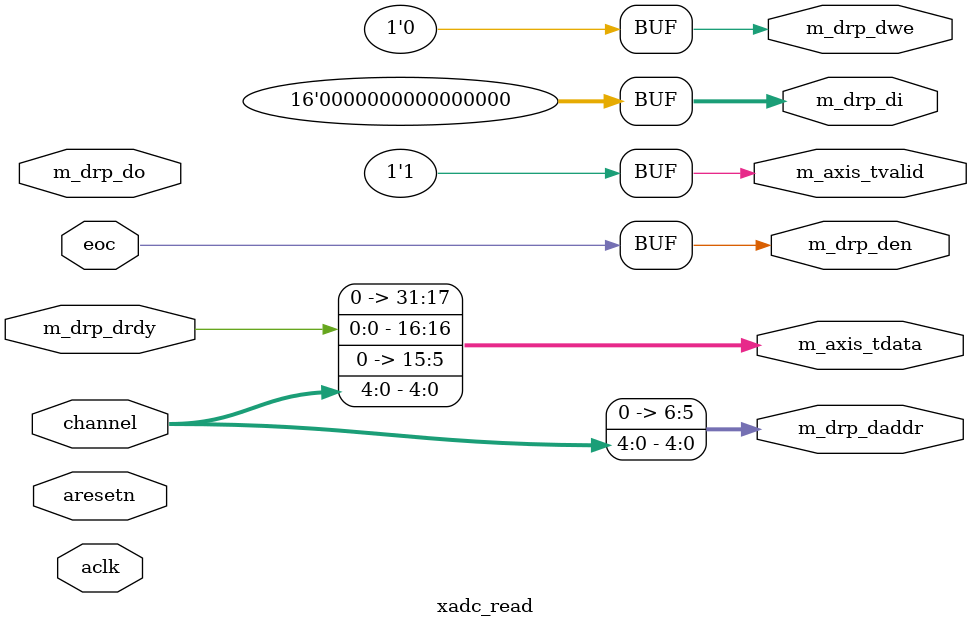
<source format=v>
`timescale 1ns / 1ps


module xadc_read 
(
  // System signals
  input  wire       aclk,
  input  wire       aresetn,
  input  wire [4:0] channel,
  input  wire       eoc,
  
  // Master DRP
  output wire         m_drp_den,
  output wire         m_drp_dwe,
  output wire [6:0]   m_drp_daddr,
  output wire [15:0]  m_drp_di,
  input  wire         m_drp_drdy, 
  input  wire [15:0]  m_drp_do,

  // Master AXIS
  output wire          m_axis_tvalid,
  output wire [31:0]   m_axis_tdata
);

reg [15:0] dat_temp_reg, dat_aux0_reg, dat_aux1_reg, dat_aux8_reg, dat_aux9_reg;
reg [15:0] dat_temp_next, dat_aux0_next, dat_aux1_next, dat_aux8_next, dat_aux9_next;
reg valid_reg, valid_next;

always @(posedge aclk)
begin
    if(~aresetn)
    begin
      dat_temp_reg <= 16'b0;
      dat_aux0_reg <= 16'b0;
      dat_aux1_reg <= 16'b0;
      dat_aux8_reg <= 16'b0;
      dat_aux9_reg <= 16'b0;
      valid_reg <= 1'b0;
    end
    else
    begin
      dat_temp_reg <= dat_temp_next;
      dat_aux0_reg <= dat_aux0_next;
      dat_aux1_reg <= dat_aux1_next;
      dat_aux8_reg <= dat_aux8_next;
      dat_aux9_reg <= dat_aux9_next;
      valid_reg <= valid_next;
    end
end

always @*
begin
    dat_temp_next = dat_temp_reg;
    dat_aux0_next = dat_aux0_reg;
    dat_aux1_next = dat_aux1_reg;
    dat_aux8_next = dat_aux8_reg;
    dat_aux9_next = dat_aux9_reg;
    valid_next = valid_reg;
    case(channel)
        5'd0: dat_temp_next = 16'b0;
        5'd16: dat_aux0_next = 16'b0;
        5'd17: dat_aux1_next = 16'b0;
        5'd24: dat_aux8_next = 16'b0;
        5'd25: dat_aux9_next = 16'b0;
    endcase
end

assign m_axis_tdata = {15'b0,m_drp_drdy,11'b0, channel};
assign m_axis_tvalid = 1'b1;

assign m_drp_dwe = 1'b0;
assign m_drp_di = 16'b0;
assign m_drp_daddr = {2'b0, channel};
assign m_drp_den = eoc;

endmodule

</source>
